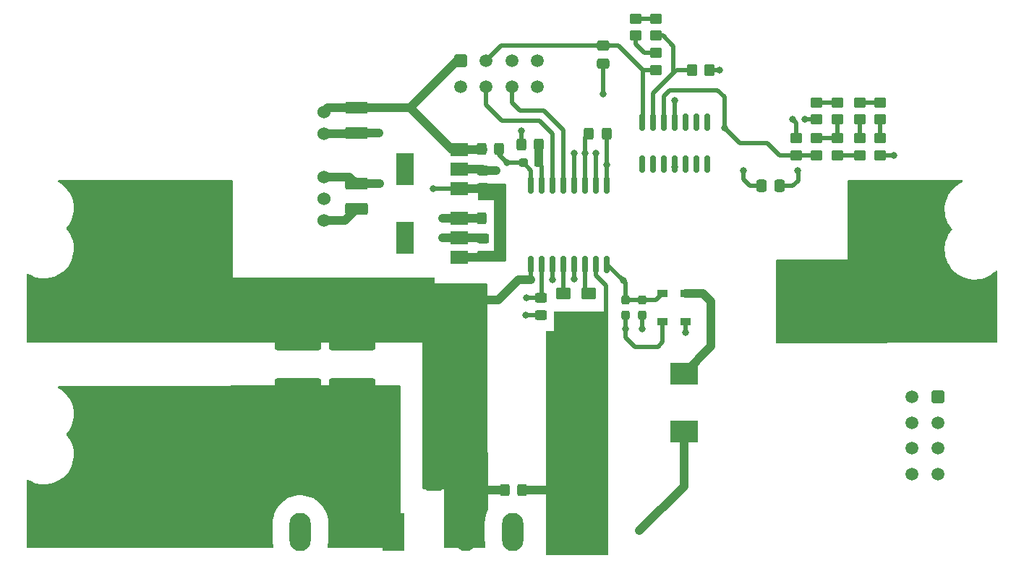
<source format=gbr>
%TF.GenerationSoftware,KiCad,Pcbnew,(6.0.1)*%
%TF.CreationDate,2023-02-17T13:15:31+03:00*%
%TF.ProjectId,_______ IGBT,14403039-3235-4402-9049-4742542e6b69,rev?*%
%TF.SameCoordinates,Original*%
%TF.FileFunction,Copper,L1,Top*%
%TF.FilePolarity,Positive*%
%FSLAX46Y46*%
G04 Gerber Fmt 4.6, Leading zero omitted, Abs format (unit mm)*
G04 Created by KiCad (PCBNEW (6.0.1)) date 2023-02-17 13:15:31*
%MOMM*%
%LPD*%
G01*
G04 APERTURE LIST*
G04 Aperture macros list*
%AMRoundRect*
0 Rectangle with rounded corners*
0 $1 Rounding radius*
0 $2 $3 $4 $5 $6 $7 $8 $9 X,Y pos of 4 corners*
0 Add a 4 corners polygon primitive as box body*
4,1,4,$2,$3,$4,$5,$6,$7,$8,$9,$2,$3,0*
0 Add four circle primitives for the rounded corners*
1,1,$1+$1,$2,$3*
1,1,$1+$1,$4,$5*
1,1,$1+$1,$6,$7*
1,1,$1+$1,$8,$9*
0 Add four rect primitives between the rounded corners*
20,1,$1+$1,$2,$3,$4,$5,0*
20,1,$1+$1,$4,$5,$6,$7,0*
20,1,$1+$1,$6,$7,$8,$9,0*
20,1,$1+$1,$8,$9,$2,$3,0*%
G04 Aperture macros list end*
%TA.AperFunction,SMDPad,CuDef*%
%ADD10RoundRect,0.250000X-0.450000X0.350000X-0.450000X-0.350000X0.450000X-0.350000X0.450000X0.350000X0*%
%TD*%
%TA.AperFunction,SMDPad,CuDef*%
%ADD11RoundRect,0.250000X0.450000X-0.350000X0.450000X0.350000X-0.450000X0.350000X-0.450000X-0.350000X0*%
%TD*%
%TA.AperFunction,ComponentPad*%
%ADD12C,2.400000*%
%TD*%
%TA.AperFunction,SMDPad,CuDef*%
%ADD13RoundRect,0.250001X-1.074999X0.462499X-1.074999X-0.462499X1.074999X-0.462499X1.074999X0.462499X0*%
%TD*%
%TA.AperFunction,SMDPad,CuDef*%
%ADD14RoundRect,0.250000X-0.475000X0.337500X-0.475000X-0.337500X0.475000X-0.337500X0.475000X0.337500X0*%
%TD*%
%TA.AperFunction,SMDPad,CuDef*%
%ADD15RoundRect,0.250001X1.074999X-0.462499X1.074999X0.462499X-1.074999X0.462499X-1.074999X-0.462499X0*%
%TD*%
%TA.AperFunction,SMDPad,CuDef*%
%ADD16RoundRect,0.237500X0.287500X0.237500X-0.287500X0.237500X-0.287500X-0.237500X0.287500X-0.237500X0*%
%TD*%
%TA.AperFunction,SMDPad,CuDef*%
%ADD17RoundRect,0.237500X0.237500X-0.287500X0.237500X0.287500X-0.237500X0.287500X-0.237500X-0.287500X0*%
%TD*%
%TA.AperFunction,SMDPad,CuDef*%
%ADD18RoundRect,0.250000X-0.325000X-0.450000X0.325000X-0.450000X0.325000X0.450000X-0.325000X0.450000X0*%
%TD*%
%TA.AperFunction,SMDPad,CuDef*%
%ADD19RoundRect,0.250000X-0.450000X0.325000X-0.450000X-0.325000X0.450000X-0.325000X0.450000X0.325000X0*%
%TD*%
%TA.AperFunction,SMDPad,CuDef*%
%ADD20RoundRect,0.150000X0.150000X-0.875000X0.150000X0.875000X-0.150000X0.875000X-0.150000X-0.875000X0*%
%TD*%
%TA.AperFunction,SMDPad,CuDef*%
%ADD21R,1.200000X0.900000*%
%TD*%
%TA.AperFunction,SMDPad,CuDef*%
%ADD22R,3.300000X2.500000*%
%TD*%
%TA.AperFunction,ComponentPad*%
%ADD23R,2.500000X4.500000*%
%TD*%
%TA.AperFunction,ComponentPad*%
%ADD24O,2.500000X4.500000*%
%TD*%
%TA.AperFunction,SMDPad,CuDef*%
%ADD25RoundRect,0.250000X0.325000X0.450000X-0.325000X0.450000X-0.325000X-0.450000X0.325000X-0.450000X0*%
%TD*%
%TA.AperFunction,SMDPad,CuDef*%
%ADD26RoundRect,0.250001X-0.624999X0.462499X-0.624999X-0.462499X0.624999X-0.462499X0.624999X0.462499X0*%
%TD*%
%TA.AperFunction,SMDPad,CuDef*%
%ADD27RoundRect,0.249999X-0.737501X-2.450001X0.737501X-2.450001X0.737501X2.450001X-0.737501X2.450001X0*%
%TD*%
%TA.AperFunction,SMDPad,CuDef*%
%ADD28RoundRect,0.249999X2.450001X-0.737501X2.450001X0.737501X-2.450001X0.737501X-2.450001X-0.737501X0*%
%TD*%
%TA.AperFunction,ComponentPad*%
%ADD29RoundRect,0.250001X-0.499999X-0.499999X0.499999X-0.499999X0.499999X0.499999X-0.499999X0.499999X0*%
%TD*%
%TA.AperFunction,ComponentPad*%
%ADD30C,1.500000*%
%TD*%
%TA.AperFunction,ComponentPad*%
%ADD31RoundRect,0.250001X0.499999X-0.499999X0.499999X0.499999X-0.499999X0.499999X-0.499999X-0.499999X0*%
%TD*%
%TA.AperFunction,ComponentPad*%
%ADD32RoundRect,0.250001X-0.499999X0.499999X-0.499999X-0.499999X0.499999X-0.499999X0.499999X0.499999X0*%
%TD*%
%TA.AperFunction,SMDPad,CuDef*%
%ADD33R,2.000000X1.500000*%
%TD*%
%TA.AperFunction,SMDPad,CuDef*%
%ADD34R,2.000000X3.800000*%
%TD*%
%TA.AperFunction,ComponentPad*%
%ADD35C,1.524000*%
%TD*%
%TA.AperFunction,SMDPad,CuDef*%
%ADD36RoundRect,0.150000X0.150000X-0.825000X0.150000X0.825000X-0.150000X0.825000X-0.150000X-0.825000X0*%
%TD*%
%TA.AperFunction,SMDPad,CuDef*%
%ADD37RoundRect,0.250000X0.350000X0.450000X-0.350000X0.450000X-0.350000X-0.450000X0.350000X-0.450000X0*%
%TD*%
%TA.AperFunction,SMDPad,CuDef*%
%ADD38RoundRect,0.250000X-0.337500X-0.475000X0.337500X-0.475000X0.337500X0.475000X-0.337500X0.475000X0*%
%TD*%
%TA.AperFunction,ViaPad*%
%ADD39C,0.800000*%
%TD*%
%TA.AperFunction,ViaPad*%
%ADD40C,2.400000*%
%TD*%
%TA.AperFunction,Conductor*%
%ADD41C,0.500000*%
%TD*%
%TA.AperFunction,Conductor*%
%ADD42C,1.000000*%
%TD*%
G04 APERTURE END LIST*
D10*
%TO.P,R22,1*%
%TO.N,Net-(R21-Pad2)*%
X172009300Y-63078600D03*
%TO.P,R22,2*%
%TO.N,Net-(R16-Pad1)*%
X172009300Y-65078600D03*
%TD*%
D11*
%TO.P,R21,1*%
%TO.N,Net-(R15-Pad2)*%
X174409300Y-65078600D03*
%TO.P,R21,2*%
%TO.N,Net-(R21-Pad2)*%
X174409300Y-63078600D03*
%TD*%
%TO.P,R19,1*%
%TO.N,Net-(R18-Pad2)*%
X200609300Y-74878600D03*
%TO.P,R19,2*%
%TO.N,Net-(R17-Pad2)*%
X200609300Y-72878600D03*
%TD*%
%TO.P,R18,1*%
%TO.N,GNDA*%
X200609300Y-79078600D03*
%TO.P,R18,2*%
%TO.N,Net-(R18-Pad2)*%
X200609300Y-77078600D03*
%TD*%
%TO.P,R17,1*%
%TO.N,Net-(R17-Pad1)*%
X198209300Y-74878600D03*
%TO.P,R17,2*%
%TO.N,Net-(R17-Pad2)*%
X198209300Y-72878600D03*
%TD*%
D12*
%TO.P,C1,1*%
%TO.N,DC+*%
X122020300Y-116728100D03*
%TO.P,C1,2*%
%TO.N,DC-*%
X122020300Y-89228100D03*
%TD*%
D13*
%TO.P,C2,1*%
%TO.N,+15V*%
X139292300Y-73521100D03*
%TO.P,C2,2*%
%TO.N,GNDA*%
X139292300Y-76496100D03*
%TD*%
D14*
%TO.P,C3,1*%
%TO.N,Measure*%
X168209300Y-66241100D03*
%TO.P,C3,2*%
%TO.N,GNDA*%
X168209300Y-68316100D03*
%TD*%
D15*
%TO.P,C6,1*%
%TO.N,+15V_H*%
X139292300Y-85386100D03*
%TO.P,C6,2*%
%TO.N,DC-*%
X139292300Y-82411100D03*
%TD*%
D16*
%TO.P,C7,1*%
%TO.N,Vcc*%
X160614300Y-79961600D03*
%TO.P,C7,2*%
%TO.N,GNDA*%
X158864300Y-79961600D03*
%TD*%
D17*
%TO.P,C9,1*%
%TO.N,Desat*%
X170788300Y-97791100D03*
%TO.P,C9,2*%
%TO.N,DC-*%
X170788300Y-96041100D03*
%TD*%
%TO.P,C10,1*%
%TO.N,+15V_H*%
X172756800Y-97791100D03*
%TO.P,C10,2*%
%TO.N,DC-*%
X172756800Y-96041100D03*
%TD*%
D18*
%TO.P,C17,1*%
%TO.N,+15V*%
X153951800Y-78374100D03*
%TO.P,C17,2*%
%TO.N,GNDA*%
X156001800Y-78374100D03*
%TD*%
D19*
%TO.P,C18,1*%
%TO.N,+5V*%
X154151300Y-80832600D03*
%TO.P,C18,2*%
%TO.N,GNDA*%
X154151300Y-82882600D03*
%TD*%
D20*
%TO.P,D2,1,VEE2*%
%TO.N,DC-*%
X159739300Y-91850600D03*
%TO.P,D2,2,DESAT*%
%TO.N,Desat*%
X161009300Y-91850600D03*
%TO.P,D2,3,GND2*%
%TO.N,DC-*%
X162279300Y-91850600D03*
%TO.P,D2,4,OUTH*%
%TO.N,Net-(D2-Pad4)*%
X163549300Y-91850600D03*
%TO.P,D2,5,VCC2*%
%TO.N,+15V_H*%
X164819300Y-91850600D03*
%TO.P,D2,6,OUTL*%
%TO.N,Net-(D2-Pad6)*%
X166089300Y-91850600D03*
%TO.P,D2,7,CLAMP*%
%TO.N,G_IGBT*%
X167359300Y-91850600D03*
%TO.P,D2,8,VEE2*%
%TO.N,DC-*%
X168629300Y-91850600D03*
%TO.P,D2,9,GND1*%
%TO.N,GNDA*%
X168629300Y-82550600D03*
%TO.P,D2,10,IN+*%
%TO.N,IN+*%
X167359300Y-82550600D03*
%TO.P,D2,11,IN-*%
%TO.N,IN-*%
X166089300Y-82550600D03*
%TO.P,D2,12,RDY*%
%TO.N,RDY*%
X164819300Y-82550600D03*
%TO.P,D2,13,FLT*%
%TO.N,FLT*%
X163549300Y-82550600D03*
%TO.P,D2,14,RST*%
%TO.N,RST*%
X162279300Y-82550600D03*
%TO.P,D2,15,VCC*%
%TO.N,Vcc*%
X161009300Y-82550600D03*
%TO.P,D2,16,GND1*%
%TO.N,GNDA*%
X159739300Y-82550600D03*
%TD*%
D21*
%TO.P,D4,1,K*%
%TO.N,Desat*%
X175169800Y-98566100D03*
%TO.P,D4,2,A*%
%TO.N,DC-*%
X175169800Y-95266100D03*
%TD*%
D22*
%TO.P,D5,1,K*%
%TO.N,D_IGBT*%
X177646300Y-111428600D03*
%TO.P,D5,2,A*%
%TO.N,Net-(D5-Pad2)*%
X177646300Y-104628600D03*
%TD*%
D23*
%TO.P,Q1,1,G*%
%TO.N,G_IGBT*%
X163041300Y-123170000D03*
D24*
%TO.P,Q1,2,C*%
%TO.N,D_IGBT*%
X157591300Y-123170000D03*
%TO.P,Q1,3,E*%
%TO.N,DC-*%
X152141300Y-123170000D03*
%TD*%
D18*
%TO.P,R1,1*%
%TO.N,+3V3*%
X158587300Y-77802600D03*
%TO.P,R1,2*%
%TO.N,Vcc*%
X160637300Y-77802600D03*
%TD*%
D25*
%TO.P,R2,1*%
%TO.N,G_IGBT*%
X158732300Y-118315600D03*
%TO.P,R2,2*%
%TO.N,DC-*%
X156682300Y-118315600D03*
%TD*%
D19*
%TO.P,R4,1*%
%TO.N,Desat*%
X160882300Y-95764100D03*
%TO.P,R4,2*%
%TO.N,Net-(R4-Pad2)*%
X160882300Y-97814100D03*
%TD*%
D26*
%TO.P,R5,1*%
%TO.N,Net-(D2-Pad6)*%
X166533800Y-95301600D03*
%TO.P,R5,2*%
%TO.N,G_IGBT*%
X166533800Y-98276600D03*
%TD*%
%TO.P,R6,1*%
%TO.N,Net-(D2-Pad4)*%
X163549300Y-95301600D03*
%TO.P,R6,2*%
%TO.N,G_IGBT*%
X163549300Y-98276600D03*
%TD*%
D25*
%TO.P,R7,1*%
%TO.N,GNDA*%
X168574800Y-76532600D03*
%TO.P,R7,2*%
%TO.N,IN-*%
X166524800Y-76532600D03*
%TD*%
D27*
%TO.P,C4,1*%
%TO.N,DC+*%
X143131800Y-109298600D03*
%TO.P,C4,2*%
%TO.N,DC-*%
X148406800Y-109298600D03*
%TD*%
D28*
%TO.P,C5,1*%
%TO.N,DC+*%
X132434300Y-106221100D03*
%TO.P,C5,2*%
%TO.N,DC-*%
X132434300Y-100946100D03*
%TD*%
D27*
%TO.P,C8,1*%
%TO.N,DC+*%
X143131800Y-115648600D03*
%TO.P,C8,2*%
%TO.N,DC-*%
X148406800Y-115648600D03*
%TD*%
D28*
%TO.P,C11,1*%
%TO.N,DC+*%
X138784300Y-106221100D03*
%TO.P,C11,2*%
%TO.N,DC-*%
X138784300Y-100946100D03*
%TD*%
D29*
%TO.P,J3,1,Pin_1*%
%TO.N,+15V*%
X151484300Y-68023600D03*
D30*
%TO.P,J3,2,Pin_2*%
%TO.N,Measure*%
X154484300Y-68023600D03*
%TO.P,J3,3,Pin_3*%
%TO.N,IN-*%
X157484300Y-68023600D03*
%TO.P,J3,4,Pin_4*%
%TO.N,IN+*%
X160484300Y-68023600D03*
%TO.P,J3,5,Pin_5*%
%TO.N,GNDA*%
X151484300Y-71023600D03*
%TO.P,J3,6,Pin_6*%
%TO.N,RST*%
X154484300Y-71023600D03*
%TO.P,J3,7,Pin_7*%
%TO.N,FLT*%
X157484300Y-71023600D03*
%TO.P,J3,8,Pin_8*%
%TO.N,RDY*%
X160484300Y-71023600D03*
%TD*%
D31*
%TO.P,J1,1,Pin_1*%
%TO.N,DC+*%
X107034300Y-116283600D03*
D30*
%TO.P,J1,2,Pin_2*%
X107034300Y-113283600D03*
%TO.P,J1,3,Pin_3*%
X107034300Y-110283600D03*
%TO.P,J1,4,Pin_4*%
X107034300Y-107283600D03*
%TO.P,J1,5,Pin_5*%
X110034300Y-116283600D03*
%TO.P,J1,6,Pin_6*%
X110034300Y-113283600D03*
%TO.P,J1,7,Pin_7*%
X110034300Y-110283600D03*
%TO.P,J1,8,Pin_8*%
X110034300Y-107283600D03*
%TD*%
D31*
%TO.P,J2,1,Pin_1*%
%TO.N,DC-*%
X107034300Y-92153600D03*
D30*
%TO.P,J2,2,Pin_2*%
X107034300Y-89153600D03*
%TO.P,J2,3,Pin_3*%
X107034300Y-86153600D03*
%TO.P,J2,4,Pin_4*%
X107034300Y-83153600D03*
%TO.P,J2,5,Pin_5*%
X110034300Y-92153600D03*
%TO.P,J2,6,Pin_6*%
X110034300Y-89153600D03*
%TO.P,J2,7,Pin_7*%
X110034300Y-86153600D03*
%TO.P,J2,8,Pin_8*%
X110034300Y-83153600D03*
%TD*%
D32*
%TO.P,J4,1,Pin_1*%
%TO.N,OUT-*%
X207364300Y-83263600D03*
D30*
%TO.P,J4,2,Pin_2*%
X207364300Y-86263600D03*
%TO.P,J4,3,Pin_3*%
X207364300Y-89263600D03*
%TO.P,J4,4,Pin_4*%
X207364300Y-92263600D03*
%TO.P,J4,5,Pin_5*%
X204364300Y-83263600D03*
%TO.P,J4,6,Pin_6*%
X204364300Y-86263600D03*
%TO.P,J4,7,Pin_7*%
X204364300Y-89263600D03*
%TO.P,J4,8,Pin_8*%
X204364300Y-92263600D03*
%TD*%
D32*
%TO.P,J5,1,Pin_1*%
%TO.N,DC+*%
X207364300Y-107393600D03*
D30*
%TO.P,J5,2,Pin_2*%
X207364300Y-110393600D03*
%TO.P,J5,3,Pin_3*%
X207364300Y-113393600D03*
%TO.P,J5,4,Pin_4*%
X207364300Y-116393600D03*
%TO.P,J5,5,Pin_5*%
X204364300Y-107393600D03*
%TO.P,J5,6,Pin_6*%
X204364300Y-110393600D03*
%TO.P,J5,7,Pin_7*%
X204364300Y-113393600D03*
%TO.P,J5,8,Pin_8*%
X204364300Y-116393600D03*
%TD*%
D23*
%TO.P,D1,1,K*%
%TO.N,DC+*%
X143655000Y-123170000D03*
D24*
%TO.P,D1,2,A*%
%TO.N,D_IGBT*%
X132755000Y-123170000D03*
%TD*%
D33*
%TO.P,U1,1,ADJ*%
%TO.N,GNDA*%
X151332300Y-83023600D03*
%TO.P,U1,2,VO*%
%TO.N,+5V*%
X151332300Y-80723600D03*
%TO.P,U1,3,VI*%
%TO.N,+15V*%
X151332300Y-78423600D03*
D34*
%TO.P,U1,4*%
%TO.N,N/C*%
X145032300Y-80723600D03*
%TD*%
D18*
%TO.P,C12,1*%
%TO.N,+5V*%
X153951800Y-86438600D03*
%TO.P,C12,2*%
%TO.N,GNDA*%
X156001800Y-86438600D03*
%TD*%
D19*
%TO.P,C13,1*%
%TO.N,+3V3*%
X154151300Y-88851600D03*
%TO.P,C13,2*%
%TO.N,GNDA*%
X154151300Y-90901600D03*
%TD*%
D33*
%TO.P,U2,1,ADJ*%
%TO.N,GNDA*%
X151332300Y-91024600D03*
%TO.P,U2,2,VO*%
%TO.N,+3V3*%
X151332300Y-88724600D03*
%TO.P,U2,3,VI*%
%TO.N,+5V*%
X151332300Y-86424600D03*
D34*
%TO.P,U2,4*%
%TO.N,N/C*%
X145032300Y-88724600D03*
%TD*%
D35*
%TO.P,D8,1,+Vin*%
%TO.N,+15V*%
X135482300Y-73992600D03*
%TO.P,D8,2,-Vin*%
%TO.N,GNDA*%
X135482300Y-76532600D03*
%TO.P,D8,4,-Vout*%
%TO.N,DC-*%
X135482300Y-81612600D03*
%TO.P,D8,5*%
%TO.N,N/C*%
X135482300Y-84152600D03*
%TO.P,D8,6,+Vout*%
%TO.N,+15V_H*%
X135482300Y-86692600D03*
%TD*%
D10*
%TO.P,R14,1*%
%TO.N,Net-(R14-Pad1)*%
X193209300Y-77078600D03*
%TO.P,R14,2*%
%TO.N,Net-(R12-Pad2)*%
X193209300Y-79078600D03*
%TD*%
%TO.P,R11,1*%
%TO.N,Net-(R14-Pad1)*%
X195609300Y-77078600D03*
%TO.P,R11,2*%
%TO.N,Net-(R11-Pad2)*%
X195609300Y-79078600D03*
%TD*%
D36*
%TO.P,U3,1*%
%TO.N,unconnected-(U3-Pad1)*%
X172799300Y-80153600D03*
%TO.P,U3,2,-*%
%TO.N,unconnected-(U3-Pad2)*%
X174069300Y-80153600D03*
%TO.P,U3,3,+*%
%TO.N,unconnected-(U3-Pad3)*%
X175339300Y-80153600D03*
%TO.P,U3,4,V+*%
%TO.N,+5V*%
X176609300Y-80153600D03*
%TO.P,U3,5,+*%
%TO.N,unconnected-(U3-Pad5)*%
X177879300Y-80153600D03*
%TO.P,U3,6,-*%
%TO.N,unconnected-(U3-Pad6)*%
X179149300Y-80153600D03*
%TO.P,U3,7*%
%TO.N,unconnected-(U3-Pad7)*%
X180419300Y-80153600D03*
%TO.P,U3,8*%
%TO.N,unconnected-(U3-Pad8)*%
X180419300Y-75203600D03*
%TO.P,U3,9,-*%
%TO.N,unconnected-(U3-Pad9)*%
X179149300Y-75203600D03*
%TO.P,U3,10,+*%
%TO.N,unconnected-(U3-Pad10)*%
X177879300Y-75203600D03*
%TO.P,U3,11,V-*%
%TO.N,GNDA*%
X176609300Y-75203600D03*
%TO.P,U3,12,+*%
%TO.N,Net-(R12-Pad2)*%
X175339300Y-75203600D03*
%TO.P,U3,13,-*%
%TO.N,Net-(R15-Pad2)*%
X174069300Y-75203600D03*
%TO.P,U3,14*%
%TO.N,Measure*%
X172799300Y-75203600D03*
%TD*%
D37*
%TO.P,R15,1*%
%TO.N,GNDA*%
X180609300Y-69078600D03*
%TO.P,R15,2*%
%TO.N,Net-(R15-Pad2)*%
X178609300Y-69078600D03*
%TD*%
D11*
%TO.P,R10,1*%
%TO.N,Net-(R14-Pad1)*%
X195609300Y-74878600D03*
%TO.P,R10,2*%
%TO.N,Net-(R10-Pad2)*%
X195609300Y-72878600D03*
%TD*%
D10*
%TO.P,R16,1*%
%TO.N,Net-(R16-Pad1)*%
X174409300Y-67078600D03*
%TO.P,R16,2*%
%TO.N,Measure*%
X174409300Y-69078600D03*
%TD*%
D21*
%TO.P,R8,1*%
%TO.N,Net-(R4-Pad2)*%
X177809300Y-98566100D03*
%TO.P,R8,2*%
%TO.N,Net-(D5-Pad2)*%
X177809300Y-95266100D03*
%TD*%
D10*
%TO.P,R12,1*%
%TO.N,GNDA*%
X190809300Y-77078600D03*
%TO.P,R12,2*%
%TO.N,Net-(R12-Pad2)*%
X190809300Y-79078600D03*
%TD*%
D38*
%TO.P,C14,1*%
%TO.N,+5V*%
X186771800Y-82678600D03*
%TO.P,C14,2*%
%TO.N,GNDA*%
X188846800Y-82678600D03*
%TD*%
D10*
%TO.P,R3,1*%
%TO.N,Net-(R10-Pad2)*%
X193209300Y-72878600D03*
%TO.P,R3,2*%
%TO.N,+5V*%
X193209300Y-74878600D03*
%TD*%
D11*
%TO.P,R9,1*%
%TO.N,Net-(R11-Pad2)*%
X198209300Y-79078600D03*
%TO.P,R9,2*%
%TO.N,Net-(R17-Pad1)*%
X198209300Y-77078600D03*
%TD*%
D39*
%TO.N,Desat*%
X170788300Y-99392600D03*
%TO.N,Net-(R12-Pad2)*%
X182409300Y-75878600D03*
%TO.N,GNDA*%
X190409300Y-74878600D03*
%TO.N,+5V*%
X191809300Y-74878600D03*
%TO.N,GNDA*%
X202209300Y-79078600D03*
%TO.N,+5V*%
X184609300Y-80878600D03*
%TO.N,GNDA*%
X190984300Y-80903600D03*
%TO.N,+15V_H*%
X172756800Y-99456100D03*
X164819300Y-93550600D03*
%TO.N,+5V*%
X149374800Y-86424600D03*
X155675300Y-80850600D03*
X176609300Y-80478600D03*
%TO.N,RDY*%
X164819300Y-78818600D03*
%TO.N,D_IGBT*%
X172409300Y-123078600D03*
%TO.N,GNDA*%
X156945300Y-79961600D03*
X168629300Y-80215600D03*
X168209300Y-71878600D03*
X176609300Y-72678600D03*
X181809300Y-69078600D03*
X141922800Y-76496100D03*
X148323300Y-83023600D03*
%TO.N,IN-*%
X166089300Y-78818600D03*
%TO.N,IN+*%
X167359300Y-78818600D03*
%TO.N,DC-*%
X162279300Y-93677600D03*
X141995800Y-82411100D03*
X170558800Y-93780100D03*
X159739300Y-93677600D03*
%TO.N,Desat*%
X159176800Y-95764100D03*
D40*
%TO.N,DC+*%
X138530300Y-116029600D03*
D39*
%TO.N,+3V3*%
X149388800Y-88788100D03*
X158596300Y-76215100D03*
%TO.N,Net-(R4-Pad2)*%
X159158800Y-97814100D03*
X177836800Y-99837100D03*
%TD*%
D41*
%TO.N,+5V*%
X185409300Y-82678600D02*
X186771800Y-82678600D01*
X184609300Y-81878600D02*
X185409300Y-82678600D01*
X184609300Y-80878600D02*
X184609300Y-81878600D01*
D42*
%TO.N,DC-*%
X153009300Y-118315600D02*
X156682300Y-118315600D01*
X152141300Y-119183600D02*
X153009300Y-118315600D01*
X152141300Y-123170000D02*
X152141300Y-119183600D01*
D41*
%TO.N,Desat*%
X170788300Y-100408600D02*
X170788300Y-99392600D01*
X170788300Y-97791100D02*
X170788300Y-99392600D01*
%TO.N,GNDA*%
X190809300Y-75278600D02*
X190409300Y-74878600D01*
X190809300Y-77078600D02*
X190809300Y-75278600D01*
%TO.N,+5V*%
X193209300Y-74878600D02*
X191809300Y-74878600D01*
%TO.N,GNDA*%
X200609300Y-79078600D02*
X202209300Y-79078600D01*
%TO.N,Net-(R17-Pad1)*%
X198209300Y-74878600D02*
X198209300Y-77078600D01*
%TO.N,Net-(R17-Pad2)*%
X200609300Y-72878600D02*
X198209300Y-72878600D01*
%TO.N,Net-(R18-Pad2)*%
X200609300Y-77078600D02*
X200609300Y-74878600D01*
%TO.N,Net-(R11-Pad2)*%
X195609300Y-79078600D02*
X198209300Y-79078600D01*
%TO.N,Net-(R14-Pad1)*%
X193209300Y-77078600D02*
X195609300Y-77078600D01*
X195609300Y-74878600D02*
X195609300Y-77078600D01*
%TO.N,Net-(R10-Pad2)*%
X193209300Y-72878600D02*
X195609300Y-72878600D01*
%TO.N,Net-(R16-Pad1)*%
X172009300Y-66078600D02*
X172009300Y-65078600D01*
X173009300Y-67078600D02*
X172009300Y-66078600D01*
X174409300Y-67078600D02*
X173009300Y-67078600D01*
%TO.N,Net-(R21-Pad2)*%
X172009300Y-63078600D02*
X174409300Y-63078600D01*
%TO.N,Net-(R15-Pad2)*%
X178609300Y-69078600D02*
X176809300Y-69078600D01*
X176809300Y-69078600D02*
X176409300Y-69478600D01*
X176409300Y-66278600D02*
X176409300Y-69078600D01*
X175209300Y-65078600D02*
X176409300Y-66278600D01*
X174409300Y-65078600D02*
X175209300Y-65078600D01*
%TO.N,Net-(R12-Pad2)*%
X182409300Y-72278600D02*
X181609300Y-71478600D01*
X182409300Y-75878600D02*
X182409300Y-72278600D01*
X184209300Y-77678600D02*
X182409300Y-75878600D01*
X187409300Y-77678600D02*
X184209300Y-77678600D01*
X188809300Y-79078600D02*
X187409300Y-77678600D01*
X193209300Y-79078600D02*
X188809300Y-79078600D01*
X176009300Y-71478600D02*
X181609300Y-71478600D01*
%TO.N,GNDA*%
X191009300Y-82078600D02*
X191009300Y-80928600D01*
X190409300Y-82678600D02*
X191009300Y-82078600D01*
X188846800Y-82678600D02*
X190409300Y-82678600D01*
X191009300Y-80928600D02*
X190984300Y-80903600D01*
D42*
%TO.N,+15V_H*%
X137985800Y-86692600D02*
X139292300Y-85386100D01*
D41*
X164819300Y-93550600D02*
X164819300Y-91850600D01*
D42*
X135482300Y-86692600D02*
X137985800Y-86692600D01*
D41*
X172756800Y-97791100D02*
X172756800Y-99456100D01*
%TO.N,RST*%
X154484300Y-73182600D02*
X154484300Y-71023600D01*
X160755300Y-75008600D02*
X156310300Y-75008600D01*
X156310300Y-75008600D02*
X154484300Y-73182600D01*
X162279300Y-76532600D02*
X160755300Y-75008600D01*
X162279300Y-82550600D02*
X162279300Y-76532600D01*
%TO.N,Net-(D2-Pad6)*%
X166089300Y-94857100D02*
X166533800Y-95301600D01*
X166089300Y-91850600D02*
X166089300Y-94857100D01*
%TO.N,Net-(D2-Pad4)*%
X163549300Y-91850600D02*
X163549300Y-95301600D01*
D42*
%TO.N,+5V*%
X154042300Y-80723600D02*
X154151300Y-80832600D01*
X151332300Y-86424600D02*
X153937800Y-86424600D01*
X151332300Y-80723600D02*
X154042300Y-80723600D01*
X151332300Y-86424600D02*
X149374800Y-86424600D01*
X153937800Y-86424600D02*
X153951800Y-86438600D01*
X155657300Y-80832600D02*
X155675300Y-80850600D01*
X154151300Y-80832600D02*
X155657300Y-80832600D01*
D41*
%TO.N,FLT*%
X161263300Y-73865600D02*
X158469300Y-73865600D01*
X157484300Y-72880600D02*
X157484300Y-71023600D01*
X163549300Y-76151600D02*
X161263300Y-73865600D01*
X158469300Y-73865600D02*
X157484300Y-72880600D01*
X163549300Y-78818600D02*
X163549300Y-76405600D01*
X163549300Y-76405600D02*
X163549300Y-76151600D01*
X163549300Y-82550600D02*
X163549300Y-78818600D01*
%TO.N,RDY*%
X164819300Y-82550600D02*
X164819300Y-78818600D01*
D42*
%TO.N,D_IGBT*%
X177646300Y-111428600D02*
X177646300Y-117841600D01*
X177646300Y-117841600D02*
X172409300Y-123078600D01*
D41*
%TO.N,G_IGBT*%
X167359300Y-93169600D02*
X168502300Y-94312600D01*
X168502300Y-98122600D02*
X168348300Y-98276600D01*
X168348300Y-98276600D02*
X166533800Y-98276600D01*
X163549300Y-98276600D02*
X166533800Y-98276600D01*
X167359300Y-91850600D02*
X167359300Y-93169600D01*
D42*
X163041300Y-118950600D02*
X163041300Y-123170000D01*
X158732300Y-118315600D02*
X162406300Y-118315600D01*
X162406300Y-118315600D02*
X163041300Y-118950600D01*
D41*
X168502300Y-94312600D02*
X168502300Y-98122600D01*
%TO.N,Measure*%
X169976300Y-66245600D02*
X167976300Y-66245600D01*
X172846800Y-75156100D02*
X172799300Y-75203600D01*
X174409300Y-69078600D02*
X172884300Y-69078600D01*
X156262300Y-66245600D02*
X154484300Y-68023600D01*
X172846800Y-69116100D02*
X169976300Y-66245600D01*
X172846800Y-71878600D02*
X172846800Y-69116100D01*
X167976300Y-66245600D02*
X156262300Y-66245600D01*
X172846800Y-71878600D02*
X172846800Y-75156100D01*
X172884300Y-69078600D02*
X172846800Y-69116100D01*
%TO.N,GNDA*%
X176609300Y-75203600D02*
X176609300Y-72678600D01*
X168629300Y-80215600D02*
X168629300Y-76587100D01*
D42*
X154028300Y-91024600D02*
X154151300Y-90901600D01*
X135482300Y-76532600D02*
X139255800Y-76532600D01*
D41*
X159739300Y-80836600D02*
X158864300Y-79961600D01*
X180609300Y-69078600D02*
X181809300Y-69078600D01*
D42*
X139292300Y-76496100D02*
X141922800Y-76496100D01*
D41*
X168629300Y-82550600D02*
X168629300Y-80215600D01*
X168629300Y-76587100D02*
X168574800Y-76532600D01*
X151332300Y-83023600D02*
X148323300Y-83023600D01*
X156001800Y-78374100D02*
X156001800Y-79018100D01*
X158864300Y-79961600D02*
X156945300Y-79961600D01*
D42*
X139255800Y-76532600D02*
X139292300Y-76496100D01*
X151332300Y-83023600D02*
X154010300Y-83023600D01*
D41*
X156001800Y-79018100D02*
X156945300Y-79961600D01*
X159739300Y-82550600D02*
X159739300Y-80836600D01*
X168209300Y-68316100D02*
X168209300Y-71878600D01*
D42*
X154010300Y-83023600D02*
X154151300Y-82882600D01*
X151332300Y-91024600D02*
X154028300Y-91024600D01*
%TO.N,+15V*%
X151484300Y-68023600D02*
X151103300Y-68023600D01*
X151332300Y-78423600D02*
X150508300Y-78423600D01*
X150508300Y-78423600D02*
X145605800Y-73521100D01*
X151103300Y-68023600D02*
X145605800Y-73521100D01*
X135953800Y-73521100D02*
X135482300Y-73992600D01*
X151332300Y-78423600D02*
X154128300Y-78423600D01*
X139292300Y-73521100D02*
X135953800Y-73521100D01*
X145605800Y-73521100D02*
X143127800Y-73521100D01*
X139292300Y-73521100D02*
X143127800Y-73521100D01*
D41*
%TO.N,IN-*%
X166089300Y-76968100D02*
X166524800Y-76532600D01*
X166089300Y-82550600D02*
X166089300Y-78818600D01*
X166089300Y-78818600D02*
X166089300Y-76968100D01*
%TO.N,IN+*%
X167359300Y-82550600D02*
X167359300Y-78818600D01*
%TO.N,DC-*%
X170558800Y-93780100D02*
X170788300Y-94009600D01*
X172756800Y-96041100D02*
X174394800Y-96041100D01*
X159739300Y-91850600D02*
X159739300Y-93677600D01*
X174394800Y-96041100D02*
X175169800Y-95266100D01*
X170788300Y-96041100D02*
X172756800Y-96041100D01*
X170788300Y-94009600D02*
X170788300Y-96041100D01*
D42*
X155929300Y-96027100D02*
X153579800Y-96027100D01*
D41*
X162279300Y-91850600D02*
X162279300Y-93677600D01*
X168629300Y-91850600D02*
X170558800Y-93780100D01*
D42*
X139292300Y-82411100D02*
X141995800Y-82411100D01*
X159739300Y-93677600D02*
X158278800Y-93677600D01*
X158278800Y-93677600D02*
X155929300Y-96027100D01*
X138493800Y-81612600D02*
X139292300Y-82411100D01*
X135482300Y-81612600D02*
X138493800Y-81612600D01*
%TO.N,Vcc*%
X160637300Y-77802600D02*
X160637300Y-79938600D01*
X160637300Y-79938600D02*
X160614300Y-79961600D01*
D41*
X161009300Y-82550600D02*
X161009300Y-80356600D01*
X161009300Y-80356600D02*
X160614300Y-79961600D01*
%TO.N,Desat*%
X175169800Y-100980100D02*
X175169800Y-98566100D01*
X161009300Y-95637100D02*
X160882300Y-95764100D01*
X170788300Y-100408600D02*
X171931300Y-101551600D01*
X174598300Y-101551600D02*
X175169800Y-100980100D01*
X171931300Y-101551600D02*
X174598300Y-101551600D01*
X160882300Y-95764100D02*
X159176800Y-95764100D01*
X161009300Y-91850600D02*
X161009300Y-95637100D01*
D42*
%TO.N,+3V3*%
X154024300Y-88724600D02*
X154151300Y-88851600D01*
X151332300Y-88724600D02*
X154024300Y-88724600D01*
X149388800Y-88788100D02*
X151268800Y-88788100D01*
X151268800Y-88788100D02*
X151332300Y-88724600D01*
D41*
X158587300Y-76224100D02*
X158596300Y-76215100D01*
X158587300Y-77802600D02*
X158587300Y-76224100D01*
D42*
%TO.N,Net-(D5-Pad2)*%
X180821300Y-101453600D02*
X177646300Y-104628600D01*
X177836800Y-95266100D02*
X179869800Y-95266100D01*
X179869800Y-95266100D02*
X180821300Y-96217600D01*
X180821300Y-96217600D02*
X180821300Y-101453600D01*
D41*
%TO.N,Net-(R4-Pad2)*%
X177809300Y-98566100D02*
X177809300Y-99809600D01*
X160882300Y-97814100D02*
X159158800Y-97814100D01*
X177809300Y-99809600D02*
X177836800Y-99837100D01*
%TO.N,Net-(R15-Pad2)*%
X174069300Y-75203600D02*
X174069300Y-71818600D01*
X176409300Y-69478600D02*
X176409300Y-69078600D01*
X174069300Y-71818600D02*
X176409300Y-69478600D01*
%TO.N,Net-(R12-Pad2)*%
X175339300Y-75203600D02*
X175339300Y-72148600D01*
X175339300Y-72148600D02*
X176009300Y-71478600D01*
%TD*%
%TA.AperFunction,Conductor*%
%TO.N,GNDA*%
G36*
X156760421Y-82394602D02*
G01*
X156806914Y-82448258D01*
X156818300Y-82500600D01*
X156818300Y-91392600D01*
X156798298Y-91460721D01*
X156744642Y-91507214D01*
X156692300Y-91518600D01*
X153642300Y-91518600D01*
X153574179Y-91498598D01*
X153527686Y-91444942D01*
X153516300Y-91392600D01*
X153516300Y-90374600D01*
X153536302Y-90306479D01*
X153589958Y-90259986D01*
X153642300Y-90248600D01*
X155421300Y-90248600D01*
X155421300Y-84343100D01*
X153642300Y-84343100D01*
X153574179Y-84323098D01*
X153527686Y-84269442D01*
X153516300Y-84217100D01*
X153516300Y-82500600D01*
X153536302Y-82432479D01*
X153589958Y-82385986D01*
X153642300Y-82374600D01*
X156692300Y-82374600D01*
X156760421Y-82394602D01*
G37*
%TD.AperFunction*%
%TD*%
%TA.AperFunction,Conductor*%
%TO.N,G_IGBT*%
G36*
X168698421Y-97380602D02*
G01*
X168744914Y-97434258D01*
X168756300Y-97486600D01*
X168756300Y-125809600D01*
X168736298Y-125877721D01*
X168682642Y-125924214D01*
X168630300Y-125935600D01*
X161643300Y-125935600D01*
X161575179Y-125915598D01*
X161528686Y-125861942D01*
X161517300Y-125809600D01*
X161517300Y-99772600D01*
X161537302Y-99704479D01*
X161590958Y-99657986D01*
X161643300Y-99646600D01*
X162406300Y-99646600D01*
X162406300Y-97486600D01*
X162426302Y-97418479D01*
X162479958Y-97371986D01*
X162532300Y-97360600D01*
X168630300Y-97360600D01*
X168698421Y-97380602D01*
G37*
%TD.AperFunction*%
%TD*%
%TA.AperFunction,Conductor*%
%TO.N,OUT-*%
G36*
X210245856Y-82013602D02*
G01*
X210292349Y-82067258D01*
X210302453Y-82137532D01*
X210272959Y-82202112D01*
X210235818Y-82231414D01*
X209905141Y-82403187D01*
X209902353Y-82405036D01*
X209641058Y-82578311D01*
X209594253Y-82609349D01*
X209591677Y-82611484D01*
X209309617Y-82845238D01*
X209309611Y-82845243D01*
X209307033Y-82847380D01*
X209304689Y-82849787D01*
X209304686Y-82849789D01*
X209049073Y-83112183D01*
X209049065Y-83112192D01*
X209046734Y-83114585D01*
X208816302Y-83407937D01*
X208618349Y-83724115D01*
X208455114Y-84059538D01*
X208453981Y-84062677D01*
X208453977Y-84062686D01*
X208391350Y-84236165D01*
X208328447Y-84410408D01*
X208327652Y-84413656D01*
X208327651Y-84413660D01*
X208245463Y-84749537D01*
X208239782Y-84772752D01*
X208190124Y-85142465D01*
X208180033Y-85515362D01*
X208180299Y-85518703D01*
X208180299Y-85518707D01*
X208200663Y-85774590D01*
X208209626Y-85887221D01*
X208210243Y-85890500D01*
X208210243Y-85890503D01*
X208244834Y-86074448D01*
X208278566Y-86253829D01*
X208386073Y-86611035D01*
X208530929Y-86954795D01*
X208532548Y-86957722D01*
X208532552Y-86957730D01*
X208624022Y-87123085D01*
X208711495Y-87281215D01*
X208713422Y-87283962D01*
X208923790Y-87583844D01*
X208923796Y-87583852D01*
X208925724Y-87586600D01*
X208927930Y-87589124D01*
X208927936Y-87589132D01*
X209015050Y-87688815D01*
X209044815Y-87753271D01*
X209035007Y-87823587D01*
X209019260Y-87849560D01*
X208816302Y-88107937D01*
X208618349Y-88424115D01*
X208455114Y-88759538D01*
X208453981Y-88762677D01*
X208453977Y-88762686D01*
X208394923Y-88926267D01*
X208328447Y-89110408D01*
X208327652Y-89113656D01*
X208327651Y-89113660D01*
X208266971Y-89361641D01*
X208239782Y-89472752D01*
X208190124Y-89842465D01*
X208180033Y-90215362D01*
X208180299Y-90218703D01*
X208180299Y-90218707D01*
X208200663Y-90474590D01*
X208209626Y-90587221D01*
X208210243Y-90590500D01*
X208210243Y-90590503D01*
X208244834Y-90774448D01*
X208278566Y-90953829D01*
X208386073Y-91311035D01*
X208530929Y-91654795D01*
X208532548Y-91657722D01*
X208532552Y-91657730D01*
X208624022Y-91823085D01*
X208711495Y-91981215D01*
X208925724Y-92286600D01*
X209171193Y-92567490D01*
X209445120Y-92820706D01*
X209744404Y-93043379D01*
X209747290Y-93045083D01*
X209747297Y-93045087D01*
X210062764Y-93231282D01*
X210062769Y-93231284D01*
X210065655Y-93232988D01*
X210068708Y-93234376D01*
X210402189Y-93386001D01*
X210402195Y-93386003D01*
X210405236Y-93387386D01*
X210408409Y-93388439D01*
X210408413Y-93388440D01*
X210509738Y-93422048D01*
X210759301Y-93504825D01*
X210762561Y-93505533D01*
X210762569Y-93505535D01*
X210962845Y-93549019D01*
X211123842Y-93583975D01*
X211494728Y-93623938D01*
X211497253Y-93624006D01*
X211497263Y-93624007D01*
X211499016Y-93624054D01*
X211500714Y-93624100D01*
X211777539Y-93624100D01*
X211779205Y-93624011D01*
X211779214Y-93624011D01*
X212053473Y-93609398D01*
X212053482Y-93609397D01*
X212056805Y-93609220D01*
X212295713Y-93570739D01*
X212421790Y-93550432D01*
X212421793Y-93550431D01*
X212425092Y-93549900D01*
X212428322Y-93549020D01*
X212428324Y-93549019D01*
X212781745Y-93452666D01*
X212781746Y-93452666D01*
X212784991Y-93451781D01*
X213132424Y-93315972D01*
X213463459Y-93144013D01*
X213774347Y-92937851D01*
X213918449Y-92818428D01*
X214058983Y-92701962D01*
X214058989Y-92701957D01*
X214061567Y-92699820D01*
X214133047Y-92626443D01*
X214194908Y-92591607D01*
X214265784Y-92595744D01*
X214323171Y-92637543D01*
X214348851Y-92703733D01*
X214349300Y-92714366D01*
X214349300Y-100917770D01*
X214329298Y-100985891D01*
X214275642Y-101032384D01*
X214223471Y-101043770D01*
X188535469Y-101078430D01*
X188467322Y-101058520D01*
X188420757Y-101004927D01*
X188409300Y-100952430D01*
X188409300Y-91404600D01*
X188429302Y-91336479D01*
X188482958Y-91289986D01*
X188535300Y-91278600D01*
X196809300Y-91278600D01*
X196809300Y-82119600D01*
X196829302Y-82051479D01*
X196882958Y-82004986D01*
X196935300Y-81993600D01*
X210177735Y-81993600D01*
X210245856Y-82013602D01*
G37*
%TD.AperFunction*%
%TD*%
%TA.AperFunction,Conductor*%
%TO.N,DC+*%
G36*
X144441113Y-106016770D02*
G01*
X144487761Y-106070291D01*
X144499300Y-106122965D01*
X144499300Y-124952600D01*
X144479298Y-125020721D01*
X144425642Y-125067214D01*
X144373300Y-125078600D01*
X136039643Y-125078600D01*
X135971522Y-125058598D01*
X135925029Y-125004942D01*
X135914925Y-124934668D01*
X135916897Y-124924149D01*
X135918230Y-124918399D01*
X135961967Y-124729705D01*
X135962371Y-124726288D01*
X135962373Y-124726279D01*
X136003699Y-124377115D01*
X136003699Y-124377114D01*
X136004019Y-124374411D01*
X136005500Y-124327286D01*
X136005500Y-122080183D01*
X136001732Y-122011705D01*
X135990973Y-121816225D01*
X135990783Y-121812766D01*
X135990215Y-121809354D01*
X135990214Y-121809344D01*
X135932611Y-121463273D01*
X135932041Y-121459847D01*
X135834927Y-121115505D01*
X135700613Y-120783900D01*
X135530721Y-120469036D01*
X135528752Y-120466187D01*
X135329269Y-120177557D01*
X135329265Y-120177551D01*
X135327305Y-120174716D01*
X135092819Y-119904496D01*
X134830097Y-119661638D01*
X134752170Y-119604081D01*
X134545106Y-119451140D01*
X134545098Y-119451135D01*
X134542312Y-119449077D01*
X134232940Y-119269379D01*
X133905717Y-119124715D01*
X133564596Y-119016833D01*
X133561203Y-119016158D01*
X133561195Y-119016156D01*
X133217089Y-118947709D01*
X133217090Y-118947709D01*
X133213696Y-118947034D01*
X133210255Y-118946736D01*
X133210248Y-118946735D01*
X132860712Y-118916462D01*
X132860706Y-118916462D01*
X132857256Y-118916163D01*
X132704251Y-118919769D01*
X132503045Y-118924510D01*
X132503038Y-118924511D01*
X132499581Y-118924592D01*
X132144991Y-118972220D01*
X132141627Y-118973056D01*
X132141625Y-118973056D01*
X131801136Y-119057633D01*
X131801129Y-119057635D01*
X131797768Y-119058470D01*
X131794515Y-119059670D01*
X131794512Y-119059671D01*
X131572581Y-119141546D01*
X131462108Y-119182302D01*
X131301782Y-119262413D01*
X131145156Y-119340674D01*
X131145149Y-119340678D01*
X131142063Y-119342220D01*
X130841499Y-119536291D01*
X130723702Y-119632193D01*
X130566729Y-119759988D01*
X130566722Y-119759995D01*
X130564046Y-119762173D01*
X130313056Y-120017137D01*
X130091560Y-120298103D01*
X129902234Y-120601678D01*
X129900733Y-120604804D01*
X129900728Y-120604813D01*
X129819370Y-120774241D01*
X129747363Y-120924196D01*
X129746215Y-120927465D01*
X129681309Y-121112291D01*
X129628819Y-121261760D01*
X129548033Y-121610295D01*
X129547629Y-121613712D01*
X129547627Y-121613721D01*
X129524474Y-121809344D01*
X129505981Y-121965589D01*
X129504500Y-122012714D01*
X129504500Y-124259817D01*
X129504595Y-124261536D01*
X129504595Y-124261551D01*
X129510955Y-124377115D01*
X129519217Y-124527234D01*
X129519785Y-124530646D01*
X129519786Y-124530656D01*
X129553477Y-124733068D01*
X129577959Y-124880153D01*
X129588746Y-124918399D01*
X129587985Y-124989392D01*
X129548963Y-125048703D01*
X129484070Y-125077502D01*
X129467476Y-125078600D01*
X100810300Y-125078600D01*
X100742179Y-125058598D01*
X100695686Y-125004942D01*
X100684300Y-124952600D01*
X100684300Y-117210875D01*
X100704302Y-117142754D01*
X100757958Y-117096261D01*
X100828232Y-117086157D01*
X100874345Y-117102366D01*
X101092764Y-117231282D01*
X101092769Y-117231284D01*
X101095655Y-117232988D01*
X101098708Y-117234376D01*
X101432189Y-117386001D01*
X101432195Y-117386003D01*
X101435236Y-117387386D01*
X101438409Y-117388439D01*
X101438413Y-117388440D01*
X101539738Y-117422048D01*
X101789301Y-117504825D01*
X101792561Y-117505533D01*
X101792569Y-117505535D01*
X101992845Y-117549019D01*
X102153842Y-117583975D01*
X102524728Y-117623938D01*
X102527253Y-117624006D01*
X102527263Y-117624007D01*
X102529016Y-117624054D01*
X102530714Y-117624100D01*
X102807539Y-117624100D01*
X102809205Y-117624011D01*
X102809214Y-117624011D01*
X103083473Y-117609398D01*
X103083482Y-117609397D01*
X103086805Y-117609220D01*
X103325713Y-117570739D01*
X103451790Y-117550432D01*
X103451793Y-117550431D01*
X103455092Y-117549900D01*
X103458322Y-117549020D01*
X103458324Y-117549019D01*
X103811745Y-117452666D01*
X103811746Y-117452666D01*
X103814991Y-117451781D01*
X104162424Y-117315972D01*
X104325459Y-117231282D01*
X104490489Y-117145556D01*
X104490492Y-117145554D01*
X104493459Y-117144013D01*
X104804347Y-116937851D01*
X104945700Y-116820706D01*
X105088983Y-116701962D01*
X105088989Y-116701957D01*
X105091567Y-116699820D01*
X105220477Y-116567490D01*
X105349527Y-116435017D01*
X105349535Y-116435008D01*
X105351866Y-116432615D01*
X105582298Y-116139263D01*
X105780251Y-115823085D01*
X105943486Y-115487662D01*
X105944619Y-115484523D01*
X105944623Y-115484514D01*
X106069017Y-115139938D01*
X106070153Y-115136792D01*
X106158818Y-114774448D01*
X106208476Y-114404735D01*
X106218567Y-114031838D01*
X106203497Y-113842465D01*
X106189239Y-113663310D01*
X106188974Y-113659979D01*
X106188357Y-113656697D01*
X106120652Y-113296655D01*
X106120650Y-113296647D01*
X106120034Y-113293371D01*
X106012527Y-112936165D01*
X105867671Y-112592405D01*
X105866052Y-112589478D01*
X105866048Y-112589470D01*
X105688729Y-112268920D01*
X105688725Y-112268914D01*
X105687105Y-112265985D01*
X105576234Y-112107937D01*
X105474810Y-111963356D01*
X105474804Y-111963348D01*
X105472876Y-111960600D01*
X105470670Y-111958076D01*
X105470664Y-111958068D01*
X105383550Y-111858385D01*
X105353785Y-111793929D01*
X105363593Y-111723613D01*
X105379340Y-111697639D01*
X105580226Y-111441901D01*
X105580228Y-111441899D01*
X105582298Y-111439263D01*
X105780251Y-111123085D01*
X105943486Y-110787662D01*
X105944619Y-110784523D01*
X105944623Y-110784514D01*
X106069017Y-110439938D01*
X106070153Y-110436792D01*
X106158818Y-110074448D01*
X106208476Y-109704735D01*
X106218567Y-109331838D01*
X106203497Y-109142465D01*
X106189239Y-108963310D01*
X106188974Y-108959979D01*
X106188357Y-108956697D01*
X106120652Y-108596655D01*
X106120650Y-108596647D01*
X106120034Y-108593371D01*
X106012527Y-108236165D01*
X105867671Y-107892405D01*
X105866052Y-107889478D01*
X105866048Y-107889470D01*
X105688729Y-107568920D01*
X105688725Y-107568914D01*
X105687105Y-107565985D01*
X105472876Y-107260600D01*
X105227407Y-106979710D01*
X104953480Y-106726494D01*
X104654196Y-106503821D01*
X104651310Y-106502117D01*
X104651303Y-106502113D01*
X104388811Y-106347185D01*
X104340314Y-106295335D01*
X104327547Y-106225495D01*
X104354566Y-106159841D01*
X104412790Y-106119216D01*
X104452487Y-106112678D01*
X144372936Y-105996966D01*
X144441113Y-106016770D01*
G37*
%TD.AperFunction*%
%TD*%
%TA.AperFunction,Conductor*%
%TO.N,DC-*%
G36*
X124756421Y-82013602D02*
G01*
X124802914Y-82067258D01*
X124814300Y-82119600D01*
X124814300Y-93423600D01*
X148373800Y-93423600D01*
X148441921Y-93443602D01*
X148488414Y-93497258D01*
X148499800Y-93549600D01*
X148499800Y-94058600D01*
X154533300Y-94058600D01*
X154601421Y-94078602D01*
X154647914Y-94132258D01*
X154659300Y-94184600D01*
X154659300Y-107139600D01*
X154659302Y-107139888D01*
X154744775Y-120559188D01*
X154732361Y-120614533D01*
X154583663Y-120924196D01*
X154465119Y-121261760D01*
X154384333Y-121610295D01*
X154383929Y-121613712D01*
X154383927Y-121613721D01*
X154360369Y-121812766D01*
X154342281Y-121965589D01*
X154340800Y-122012714D01*
X154340800Y-124259817D01*
X154340895Y-124261536D01*
X154340895Y-124261551D01*
X154348718Y-124403689D01*
X154355517Y-124527234D01*
X154356085Y-124530646D01*
X154356086Y-124530656D01*
X154413690Y-124876736D01*
X154414259Y-124880153D01*
X154425046Y-124918399D01*
X154424285Y-124989392D01*
X154385263Y-125048703D01*
X154320370Y-125077502D01*
X154303776Y-125078600D01*
X149705300Y-125078600D01*
X149637179Y-125058598D01*
X149590686Y-125004942D01*
X149579300Y-124952600D01*
X149579300Y-118188600D01*
X147165300Y-118188600D01*
X147097179Y-118168598D01*
X147050686Y-118114942D01*
X147039300Y-118062600D01*
X147039300Y-101043600D01*
X100810300Y-101043600D01*
X100742179Y-101023598D01*
X100695686Y-100969942D01*
X100684300Y-100917600D01*
X100684300Y-93080875D01*
X100704302Y-93012754D01*
X100757958Y-92966261D01*
X100828232Y-92956157D01*
X100874345Y-92972366D01*
X101092764Y-93101282D01*
X101092769Y-93101284D01*
X101095655Y-93102988D01*
X101098708Y-93104376D01*
X101432189Y-93256001D01*
X101432195Y-93256003D01*
X101435236Y-93257386D01*
X101438409Y-93258439D01*
X101438413Y-93258440D01*
X101539738Y-93292048D01*
X101789301Y-93374825D01*
X101792561Y-93375533D01*
X101792569Y-93375535D01*
X101992845Y-93419019D01*
X102153842Y-93453975D01*
X102524728Y-93493938D01*
X102527253Y-93494006D01*
X102527263Y-93494007D01*
X102529016Y-93494054D01*
X102530714Y-93494100D01*
X102807539Y-93494100D01*
X102809205Y-93494011D01*
X102809214Y-93494011D01*
X103083473Y-93479398D01*
X103083482Y-93479397D01*
X103086805Y-93479220D01*
X103432121Y-93423600D01*
X103451790Y-93420432D01*
X103451793Y-93420431D01*
X103455092Y-93419900D01*
X103458322Y-93419020D01*
X103458324Y-93419019D01*
X103811745Y-93322666D01*
X103811746Y-93322666D01*
X103814991Y-93321781D01*
X104071696Y-93221437D01*
X104159293Y-93187196D01*
X104159295Y-93187195D01*
X104162424Y-93185972D01*
X104325459Y-93101282D01*
X104490489Y-93015556D01*
X104490492Y-93015554D01*
X104493459Y-93014013D01*
X104804347Y-92807851D01*
X104945700Y-92690706D01*
X105088983Y-92571962D01*
X105088989Y-92571957D01*
X105091567Y-92569820D01*
X105220477Y-92437490D01*
X105349527Y-92305017D01*
X105349535Y-92305008D01*
X105351866Y-92302615D01*
X105582298Y-92009263D01*
X105780251Y-91693085D01*
X105943486Y-91357662D01*
X105944619Y-91354523D01*
X105944623Y-91354514D01*
X106069017Y-91009938D01*
X106070153Y-91006792D01*
X106075819Y-90983637D01*
X106158022Y-90647702D01*
X106158023Y-90647698D01*
X106158818Y-90644448D01*
X106208476Y-90274735D01*
X106218567Y-89901838D01*
X106203497Y-89712465D01*
X106189239Y-89533310D01*
X106188974Y-89529979D01*
X106188357Y-89526697D01*
X106120652Y-89166655D01*
X106120650Y-89166647D01*
X106120034Y-89163371D01*
X106012527Y-88806165D01*
X106002678Y-88782791D01*
X105883923Y-88500974D01*
X105867671Y-88462405D01*
X105866052Y-88459478D01*
X105866048Y-88459470D01*
X105688729Y-88138920D01*
X105688725Y-88138914D01*
X105687105Y-88135985D01*
X105613671Y-88031304D01*
X105474810Y-87833356D01*
X105474804Y-87833348D01*
X105472876Y-87830600D01*
X105470670Y-87828076D01*
X105470664Y-87828068D01*
X105383550Y-87728385D01*
X105353785Y-87663929D01*
X105363593Y-87593613D01*
X105379340Y-87567639D01*
X105580226Y-87311901D01*
X105580228Y-87311899D01*
X105582298Y-87309263D01*
X105780251Y-86993085D01*
X105943486Y-86657662D01*
X105944619Y-86654523D01*
X105944623Y-86654514D01*
X106069017Y-86309938D01*
X106070153Y-86306792D01*
X106158818Y-85944448D01*
X106208476Y-85574735D01*
X106218567Y-85201838D01*
X106203497Y-85012465D01*
X106189239Y-84833310D01*
X106188974Y-84829979D01*
X106188070Y-84825173D01*
X106120652Y-84466655D01*
X106120650Y-84466647D01*
X106120034Y-84463371D01*
X106012527Y-84106165D01*
X105867671Y-83762405D01*
X105866052Y-83759478D01*
X105866048Y-83759470D01*
X105688729Y-83438920D01*
X105688725Y-83438914D01*
X105687105Y-83435985D01*
X105472876Y-83130600D01*
X105227407Y-82849710D01*
X104953480Y-82596494D01*
X104654196Y-82373821D01*
X104651310Y-82372117D01*
X104651303Y-82372113D01*
X104407319Y-82228109D01*
X104358822Y-82176259D01*
X104346055Y-82106419D01*
X104373074Y-82040765D01*
X104431298Y-82000140D01*
X104471364Y-81993600D01*
X124688300Y-81993600D01*
X124756421Y-82013602D01*
G37*
%TD.AperFunction*%
%TD*%
M02*

</source>
